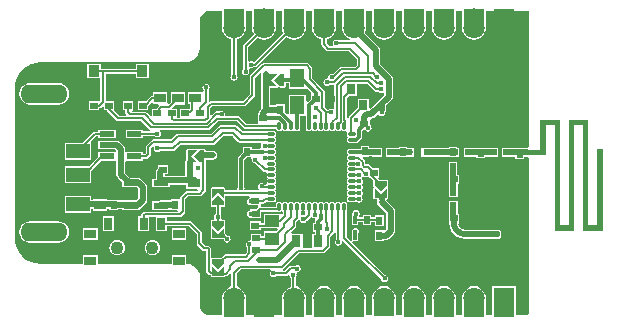
<source format=gtl>
G04*
G04 #@! TF.GenerationSoftware,Altium Limited,Altium Designer,18.0.12 (696)*
G04*
G04 Layer_Physical_Order=1*
G04 Layer_Color=255*
%FSLAX25Y25*%
%MOIN*%
G70*
G01*
G75*
%ADD10C,0.00591*%
%ADD14C,0.01181*%
%ADD20C,0.00787*%
%ADD26R,0.02000X0.02500*%
%ADD27R,0.05000X0.06000*%
%ADD28R,0.02500X0.02000*%
%ADD29R,0.03150X0.03937*%
%ADD30R,0.01181X0.02559*%
%ADD31R,0.05000X0.02000*%
%ADD32R,0.03937X0.03150*%
%ADD33R,0.04331X0.04724*%
%ADD34R,0.02756X0.01968*%
%ADD35R,0.01890X0.01968*%
%ADD36R,0.04724X0.04331*%
%ADD37R,0.01968X0.02756*%
%ADD38R,0.01968X0.01890*%
%ADD39R,0.02756X0.04331*%
%ADD40R,0.03937X0.03150*%
%ADD41R,0.01102X0.02165*%
%ADD42R,0.01575X0.02362*%
%ADD43R,0.04921X0.03937*%
%ADD44R,0.02953X0.03347*%
G04:AMPARAMS|DCode=45|XSize=23.62mil|YSize=11.81mil|CornerRadius=0mil|HoleSize=0mil|Usage=FLASHONLY|Rotation=90.000|XOffset=0mil|YOffset=0mil|HoleType=Round|Shape=Octagon|*
%AMOCTAGOND45*
4,1,8,0.00295,0.01181,-0.00295,0.01181,-0.00591,0.00886,-0.00591,-0.00886,-0.00295,-0.01181,0.00295,-0.01181,0.00591,-0.00886,0.00591,0.00886,0.00295,0.01181,0.0*
%
%ADD45OCTAGOND45*%

G04:AMPARAMS|DCode=46|XSize=23.62mil|YSize=11.81mil|CornerRadius=0mil|HoleSize=0mil|Usage=FLASHONLY|Rotation=180.000|XOffset=0mil|YOffset=0mil|HoleType=Round|Shape=Octagon|*
%AMOCTAGOND46*
4,1,8,-0.01181,0.00295,-0.01181,-0.00295,-0.00886,-0.00591,0.00886,-0.00591,0.01181,-0.00295,0.01181,0.00295,0.00886,0.00591,-0.00886,0.00591,-0.01181,0.00295,0.0*
%
%ADD46OCTAGOND46*%

%ADD47R,0.03543X0.03937*%
%ADD48R,0.07874X0.04724*%
G04:AMPARAMS|DCode=49|XSize=23.62mil|YSize=19.68mil|CornerRadius=4.92mil|HoleSize=0mil|Usage=FLASHONLY|Rotation=270.000|XOffset=0mil|YOffset=0mil|HoleType=Round|Shape=RoundedRectangle|*
%AMROUNDEDRECTD49*
21,1,0.02362,0.00984,0,0,270.0*
21,1,0.01378,0.01968,0,0,270.0*
1,1,0.00984,-0.00492,-0.00689*
1,1,0.00984,-0.00492,0.00689*
1,1,0.00984,0.00492,0.00689*
1,1,0.00984,0.00492,-0.00689*
%
%ADD49ROUNDEDRECTD49*%
G04:AMPARAMS|DCode=50|XSize=19.68mil|YSize=78.74mil|CornerRadius=4.92mil|HoleSize=0mil|Usage=FLASHONLY|Rotation=270.000|XOffset=0mil|YOffset=0mil|HoleType=Round|Shape=RoundedRectangle|*
%AMROUNDEDRECTD50*
21,1,0.01968,0.06890,0,0,270.0*
21,1,0.00984,0.07874,0,0,270.0*
1,1,0.00984,-0.03445,-0.00492*
1,1,0.00984,-0.03445,0.00492*
1,1,0.00984,0.03445,0.00492*
1,1,0.00984,0.03445,-0.00492*
%
%ADD50ROUNDEDRECTD50*%
%ADD51R,0.08661X0.01968*%
%ADD87C,0.01968*%
%ADD88C,0.01000*%
%ADD89R,0.22047X0.22047*%
%ADD90C,0.01575*%
%ADD91C,0.01575*%
%ADD92C,0.04331*%
%ADD93O,0.15748X0.06299*%
%ADD94C,0.04724*%
%ADD95R,0.07087X0.07087*%
%ADD96C,0.07087*%
G36*
X171369Y102189D02*
Y102189D01*
X171545Y102194D01*
X172000Y101997D01*
Y56775D01*
X171500Y56368D01*
X171335Y56401D01*
X164838D01*
X164775Y56388D01*
X163135D01*
Y53483D01*
X164775D01*
X164838Y53470D01*
X167444D01*
Y52835D01*
X170350D01*
Y53470D01*
X171335D01*
X171500Y53503D01*
X172000Y53096D01*
Y1077D01*
X171500Y638D01*
X171377Y642D01*
Y642D01*
X171371Y639D01*
X167637D01*
Y2483D01*
Y10357D01*
X159763D01*
Y2483D01*
Y639D01*
X157637D01*
Y6162D01*
X157671Y6420D01*
X157637Y6678D01*
Y7462D01*
X157530D01*
X157139Y8405D01*
X156508Y9228D01*
X155685Y9859D01*
X154728Y10255D01*
X153700Y10391D01*
X152672Y10255D01*
X151715Y9859D01*
X150892Y9228D01*
X150261Y8405D01*
X149870Y7462D01*
X149763D01*
Y6678D01*
X149729Y6420D01*
X149763Y6162D01*
Y639D01*
X147637D01*
Y6162D01*
X147671Y6420D01*
X147637Y6678D01*
Y7462D01*
X147530D01*
X147139Y8405D01*
X146508Y9228D01*
X145686Y9859D01*
X144728Y10255D01*
X143700Y10391D01*
X142672Y10255D01*
X141715Y9859D01*
X140892Y9228D01*
X140261Y8405D01*
X139870Y7462D01*
X139763D01*
Y6678D01*
X139729Y6420D01*
X139763Y6162D01*
Y639D01*
X137637D01*
Y6162D01*
X137671Y6420D01*
X137637Y6678D01*
Y7462D01*
X137530D01*
X137139Y8405D01*
X136508Y9228D01*
X135686Y9859D01*
X134728Y10255D01*
X133700Y10391D01*
X132672Y10255D01*
X131714Y9859D01*
X130892Y9228D01*
X130261Y8405D01*
X129870Y7462D01*
X129763D01*
Y6678D01*
X129729Y6420D01*
X129763Y6162D01*
Y639D01*
X127637D01*
Y6162D01*
X127671Y6420D01*
X127637Y6678D01*
Y7520D01*
X127506D01*
X127139Y8405D01*
X126508Y9228D01*
X125686Y9859D01*
X124728Y10255D01*
X123700Y10391D01*
X122672Y10255D01*
X121714Y9859D01*
X120892Y9228D01*
X120261Y8405D01*
X119894Y7520D01*
X119763D01*
Y6678D01*
X119729Y6420D01*
X119763Y6162D01*
Y639D01*
X117637D01*
Y6162D01*
X117671Y6420D01*
X117637Y6678D01*
Y7462D01*
X117530D01*
X117139Y8405D01*
X116508Y9228D01*
X115685Y9859D01*
X114728Y10255D01*
X113700Y10391D01*
X112672Y10255D01*
X111714Y9859D01*
X110892Y9228D01*
X110261Y8405D01*
X109870Y7462D01*
X109763D01*
Y6678D01*
X109729Y6420D01*
X109763Y6162D01*
Y639D01*
X107637D01*
Y6162D01*
X107671Y6420D01*
X107637Y6678D01*
Y7462D01*
X107530D01*
X107139Y8405D01*
X106508Y9228D01*
X105685Y9859D01*
X104728Y10255D01*
X103700Y10391D01*
X102672Y10255D01*
X101715Y9859D01*
X100892Y9228D01*
X100261Y8405D01*
X99870Y7462D01*
X99763D01*
Y6678D01*
X99729Y6420D01*
X99763Y6162D01*
Y639D01*
X97637D01*
Y6162D01*
X97671Y6420D01*
X97637Y6678D01*
Y7462D01*
X97530D01*
X97139Y8405D01*
X96508Y9228D01*
X95685Y9859D01*
X94728Y10255D01*
X94263Y10317D01*
Y13166D01*
X94513Y13539D01*
X94604Y14000D01*
X94513Y14461D01*
X94510Y14465D01*
X94596Y14679D01*
X94785Y14954D01*
X95030Y15003D01*
X95156Y15086D01*
X95161Y15087D01*
X95552Y15349D01*
X95813Y15739D01*
X95904Y16200D01*
X95813Y16661D01*
X95552Y17052D01*
X95161Y17313D01*
X94700Y17404D01*
X94239Y17313D01*
X94015Y17163D01*
X92700D01*
X92370Y17097D01*
X92090Y16910D01*
X90642Y15463D01*
X89980D01*
X89931Y15963D01*
X90130Y16003D01*
X90410Y16190D01*
X95458Y21237D01*
X103300D01*
X103630Y21303D01*
X103910Y21490D01*
X105531Y23110D01*
X105718Y23390D01*
X105783Y23720D01*
Y26850D01*
X107104Y28170D01*
X107124Y28170D01*
X107604Y28016D01*
Y25881D01*
X107351Y25503D01*
X107260Y25042D01*
X107351Y24581D01*
X107612Y24190D01*
X108003Y23929D01*
X108464Y23837D01*
X108925Y23929D01*
X109315Y24190D01*
X109576Y24581D01*
X109668Y25042D01*
X109625Y25260D01*
X110085Y25507D01*
X114442Y21150D01*
X114468Y21112D01*
X122700Y12880D01*
X122787Y12439D01*
X123048Y12049D01*
X123439Y11787D01*
X123900Y11696D01*
X124361Y11787D01*
X124751Y12049D01*
X125013Y12439D01*
X125104Y12900D01*
X125013Y13361D01*
X124751Y13751D01*
X124361Y14013D01*
X123920Y14100D01*
X115714Y22307D01*
X115688Y22345D01*
X113117Y24916D01*
X113324Y25416D01*
X113430Y25416D01*
X113430Y25416D01*
X113437Y25416D01*
X115137D01*
Y27981D01*
X115206Y28085D01*
X115298Y28546D01*
X115206Y29006D01*
X114945Y29397D01*
X114555Y29658D01*
X114094Y29750D01*
X113633Y29658D01*
X113242Y29397D01*
X112981Y29006D01*
X112890Y28546D01*
X112981Y28085D01*
X113050Y27981D01*
X113050Y25802D01*
Y25795D01*
Y25795D01*
X113050Y25690D01*
X112871Y25616D01*
X112550Y25483D01*
X111299Y26735D01*
Y35567D01*
X111479Y35747D01*
Y37971D01*
X110957Y38493D01*
X109914D01*
X109451Y38030D01*
X108989Y38493D01*
X107945D01*
X107483Y38030D01*
X107020Y38493D01*
X105977D01*
X105514Y38030D01*
X105052Y38493D01*
X104008D01*
X103546Y38030D01*
X103083Y38493D01*
X102040D01*
X101577Y38030D01*
X101114Y38493D01*
X100071D01*
X99609Y38030D01*
X99146Y38493D01*
X98103D01*
X97640Y38030D01*
X97177Y38493D01*
X96134D01*
X95672Y38030D01*
X95209Y38493D01*
X94166D01*
X93703Y38030D01*
X93240Y38493D01*
X92197D01*
X91735Y38030D01*
X91272Y38493D01*
X90229D01*
X89752Y38016D01*
X89275Y38493D01*
X88232D01*
X87711Y37971D01*
Y37036D01*
X87524Y36850D01*
X82804D01*
X82564Y37250D01*
X82564Y37340D01*
X82587Y37840D01*
X83385D01*
X83715Y37906D01*
X83995Y38093D01*
X84408Y38506D01*
X84930D01*
X85073Y38362D01*
X87297D01*
X87819Y38884D01*
Y39927D01*
X87356Y40390D01*
X87819Y40852D01*
Y41896D01*
X87356Y42358D01*
X87819Y42821D01*
Y43864D01*
X87356Y44327D01*
X87819Y44789D01*
Y45833D01*
X87356Y46295D01*
X87819Y46758D01*
Y47801D01*
X87356Y48264D01*
X87819Y48726D01*
Y49770D01*
X87356Y50232D01*
X87819Y50695D01*
Y51738D01*
X87356Y52201D01*
X87819Y52663D01*
Y53707D01*
X87356Y54169D01*
X87819Y54632D01*
Y55675D01*
X87356Y56138D01*
X87819Y56600D01*
Y57644D01*
X87356Y58106D01*
X87819Y58569D01*
Y59612D01*
X87356Y60075D01*
X87819Y60537D01*
Y61581D01*
X87297Y62102D01*
X85073D01*
X84893Y61922D01*
X76698D01*
X74810Y63810D01*
X74530Y63997D01*
X74200Y64063D01*
X69200D01*
X68870Y63997D01*
X68590Y63810D01*
X65943Y61163D01*
X55013D01*
X54683Y61097D01*
X54403Y60910D01*
X52783Y59291D01*
X46850D01*
X46519Y59225D01*
X46239Y59038D01*
X44586Y57384D01*
X44399Y57104D01*
X44333Y56774D01*
Y54809D01*
X44012Y54488D01*
X43464D01*
Y55077D01*
X37558Y55077D01*
X37409Y55515D01*
Y56026D01*
X37298Y56587D01*
X36980Y57062D01*
X35642Y58401D01*
X35166Y58718D01*
X34606Y58830D01*
X31456D01*
X31394Y58817D01*
X28503D01*
Y55912D01*
X31394D01*
X31456Y55900D01*
X33990D01*
X34299Y55524D01*
X34114Y55077D01*
X33979D01*
X28503D01*
Y53443D01*
X25358Y50298D01*
X17263D01*
Y44668D01*
X26043D01*
Y48825D01*
X29389Y52172D01*
X34409Y52172D01*
X34479Y51701D01*
Y47522D01*
X34591Y46961D01*
X34908Y46486D01*
X36378Y45016D01*
Y43274D01*
X41231D01*
X41835Y42669D01*
Y39727D01*
X41056Y38948D01*
X35053D01*
Y39164D01*
X32147D01*
Y39105D01*
X31521D01*
Y39497D01*
X26679D01*
Y39105D01*
X26043D01*
Y40455D01*
X17263D01*
Y34825D01*
X26043D01*
Y36175D01*
X26679D01*
Y35442D01*
X31521D01*
Y36175D01*
X32147D01*
Y35759D01*
X35053D01*
Y36018D01*
X36378D01*
Y35774D01*
X42284D01*
Y36169D01*
X42699Y36447D01*
X44336Y38084D01*
X44654Y38559D01*
X44765Y39120D01*
Y43276D01*
X44654Y43837D01*
X44336Y44313D01*
X42689Y45960D01*
X42213Y46277D01*
X41653Y46389D01*
X39149D01*
X37409Y48129D01*
Y51733D01*
X37558Y52172D01*
X37909Y52172D01*
X43464D01*
Y52761D01*
X44369D01*
X44699Y52827D01*
X44980Y53014D01*
X45806Y53841D01*
X45993Y54121D01*
X46059Y54451D01*
Y56417D01*
X46673Y57030D01*
X47087Y56751D01*
X46996Y56290D01*
X47087Y55829D01*
X47348Y55438D01*
X47739Y55177D01*
X48200Y55086D01*
X48661Y55177D01*
X49034Y55427D01*
X53531D01*
X53861Y55493D01*
X54141Y55680D01*
X55918Y57457D01*
X66847D01*
X67178Y57522D01*
X67458Y57709D01*
X70285Y60537D01*
X73043D01*
X75099Y58480D01*
X75379Y58293D01*
X75709Y58228D01*
X82649D01*
X82916Y57728D01*
X82824Y57589D01*
X82732Y57128D01*
X82812Y56724D01*
X82784Y56610D01*
X82519Y56224D01*
X79653D01*
Y56761D01*
X76747D01*
Y55110D01*
X75248Y53610D01*
X75017Y53265D01*
X74936Y52858D01*
Y43534D01*
X74887Y43461D01*
X74796Y43000D01*
X74848Y42737D01*
X74534Y42237D01*
X70859D01*
Y42800D01*
X70715Y43146D01*
X70368Y43290D01*
X66431D01*
X66085Y43146D01*
X65941Y42800D01*
Y39709D01*
X66001Y39566D01*
X66085Y39363D01*
X65997Y38858D01*
X65941Y38725D01*
Y37300D01*
X66085Y36953D01*
X66431Y36810D01*
X67537D01*
Y34311D01*
X67449Y34251D01*
X67187Y33861D01*
X67096Y33400D01*
X67168Y33039D01*
X66982Y32693D01*
X66853Y32539D01*
X66376D01*
X66030Y32395D01*
X65886Y32049D01*
Y30624D01*
X66030Y30277D01*
X66078Y30229D01*
X66030Y29986D01*
X65886Y29639D01*
Y26549D01*
X66030Y26202D01*
X66376Y26059D01*
X70204D01*
X70287Y25639D01*
X70548Y25249D01*
X70939Y24987D01*
X71400Y24896D01*
X71861Y24987D01*
X72251Y25249D01*
X72513Y25639D01*
X72604Y26100D01*
X72513Y26561D01*
X72251Y26952D01*
X71861Y27213D01*
X71420Y27300D01*
X70803Y27917D01*
Y29639D01*
X70744Y29783D01*
X70660Y29986D01*
X70748Y30490D01*
X70803Y30624D01*
Y32049D01*
X70660Y32395D01*
X70313Y32539D01*
X69747D01*
X69618Y32693D01*
X69432Y33039D01*
X69504Y33400D01*
X69413Y33861D01*
X69263Y34085D01*
Y36810D01*
X70368D01*
X70715Y36953D01*
X70859Y37300D01*
Y38725D01*
X70715Y39072D01*
X70667Y39120D01*
X70715Y39363D01*
X70859Y39709D01*
Y40511D01*
X78679D01*
X79041Y40107D01*
X78984Y39728D01*
X78830Y39698D01*
X78439Y39437D01*
X78178Y39046D01*
X78086Y38585D01*
X78178Y38124D01*
X78439Y37734D01*
X78830Y37473D01*
X79159Y37407D01*
Y37250D01*
X81748D01*
X81813Y37163D01*
X81865Y36597D01*
X81251Y35983D01*
X79198D01*
Y35598D01*
X78830Y35524D01*
X78439Y35263D01*
X78178Y34873D01*
X78086Y34412D01*
X78178Y33951D01*
X78439Y33560D01*
X78830Y33299D01*
X79198Y33226D01*
Y33077D01*
X82603D01*
Y34894D01*
X82833Y35124D01*
X87881D01*
X88212Y35189D01*
X88266Y35225D01*
X89275D01*
X89387Y35337D01*
X89887Y35130D01*
Y34522D01*
X89409Y34471D01*
Y34471D01*
X83582D01*
Y31377D01*
X82564D01*
Y31967D01*
X79159D01*
Y29061D01*
X82564D01*
Y29651D01*
X83582D01*
Y29628D01*
X88106D01*
X88297Y29166D01*
X87696Y28565D01*
X83582D01*
Y27007D01*
X82643D01*
Y27794D01*
X79237D01*
Y25811D01*
X78851Y25494D01*
X78800Y25504D01*
X78339Y25413D01*
X77948Y25152D01*
X77687Y24761D01*
X77596Y24300D01*
X77687Y23839D01*
X77937Y23466D01*
Y21677D01*
X77242Y20983D01*
X71020D01*
X70689Y20917D01*
X70410Y20730D01*
X69469Y19790D01*
X66431D01*
X66163Y19969D01*
Y22600D01*
X66097Y22930D01*
X65910Y23210D01*
X65606Y23514D01*
X65326Y23701D01*
X64996Y23767D01*
X64139D01*
X62949Y24958D01*
Y28191D01*
X62883Y28522D01*
X62696Y28802D01*
X59665Y31833D01*
X59385Y32020D01*
X59054Y32086D01*
X51318D01*
Y33457D01*
X55600D01*
X55930Y33522D01*
X56210Y33709D01*
X57210Y34710D01*
X57397Y34990D01*
X57463Y35320D01*
Y39243D01*
X58502Y40281D01*
X62244D01*
X62574Y40347D01*
X62854Y40534D01*
X64074Y41754D01*
X64261Y42033D01*
X64327Y42364D01*
Y52477D01*
X66700D01*
X67261Y52588D01*
X67736Y52906D01*
X68054Y53381D01*
X68165Y53942D01*
X68054Y54502D01*
X67736Y54978D01*
X67261Y55295D01*
X66700Y55407D01*
X64290D01*
Y55668D01*
X64147Y56015D01*
X63800Y56159D01*
X62375D01*
X62028Y56015D01*
X61980Y55967D01*
X61737Y56015D01*
X61391Y56159D01*
X58300D01*
X57954Y56015D01*
X57810Y55668D01*
Y52618D01*
X57622Y52336D01*
X57510Y51776D01*
Y47098D01*
X50598D01*
Y47699D01*
X50623Y47723D01*
X51706D01*
Y50628D01*
X50066D01*
X50003Y50641D01*
X49941Y50628D01*
X48300D01*
Y49545D01*
X48097Y49341D01*
X47779Y48866D01*
X47668Y48305D01*
Y46179D01*
X46378D01*
Y43274D01*
X52284D01*
Y44167D01*
X57814D01*
Y42588D01*
X61300D01*
X61567Y42088D01*
X61513Y42007D01*
X58144D01*
X57814Y41941D01*
X57534Y41754D01*
X55990Y40210D01*
X55803Y39930D01*
X55746Y39643D01*
X55620Y39481D01*
X55408Y39264D01*
X55237Y39264D01*
X52547D01*
Y38948D01*
X49133D01*
X48572Y38836D01*
X48337Y38679D01*
X46378D01*
Y35774D01*
X52083D01*
X52284Y35774D01*
X52284Y35774D01*
X52547Y35859D01*
X52547Y35859D01*
X54819D01*
X55076Y35359D01*
X54950Y35183D01*
X43924D01*
X43594Y35117D01*
X43314Y34930D01*
X42972Y34588D01*
X42785Y34308D01*
X42719Y33978D01*
Y33841D01*
X41751D01*
Y28605D01*
X45413D01*
Y33457D01*
X47657D01*
Y28605D01*
X51318D01*
Y30360D01*
X58697D01*
X61223Y27834D01*
Y24600D01*
X61288Y24270D01*
X61476Y23990D01*
X63172Y22294D01*
X63452Y22107D01*
X63782Y22041D01*
X64437D01*
Y15400D01*
X64503Y15070D01*
X64690Y14790D01*
X65290Y14190D01*
X65570Y14003D01*
X65900Y13937D01*
X65941D01*
Y13800D01*
X66085Y13453D01*
X66431Y13310D01*
X70368D01*
X70715Y13453D01*
X70791Y13637D01*
X70900D01*
X71230Y13703D01*
X71510Y13890D01*
X72356Y14736D01*
X72361Y14735D01*
X72837Y14509D01*
Y10277D01*
X72672Y10255D01*
X71715Y9859D01*
X70892Y9228D01*
X70261Y8405D01*
X69870Y7462D01*
X69763D01*
Y6678D01*
X69729Y6420D01*
X69763Y6162D01*
Y639D01*
X65708D01*
X65585Y588D01*
X64827Y688D01*
X64006Y1028D01*
X63301Y1569D01*
X62760Y2274D01*
X62419Y3095D01*
X62315Y3887D01*
X62352Y3977D01*
Y13106D01*
X62371Y13152D01*
X62362D01*
X62204Y14355D01*
X61739Y15475D01*
X61001Y16437D01*
X60039Y17176D01*
X58918Y17640D01*
X57886Y17776D01*
X57814Y17806D01*
Y20652D01*
X52972D01*
Y17846D01*
X28287D01*
Y20652D01*
X23444D01*
Y17846D01*
X9232D01*
X9084Y17785D01*
X7579Y17933D01*
X5951Y18427D01*
X4451Y19229D01*
X3137Y20308D01*
X2058Y21622D01*
X1256Y23122D01*
X762Y24750D01*
X604Y26357D01*
X638Y26440D01*
Y76289D01*
X606Y76368D01*
X765Y77982D01*
X1258Y79609D01*
X2060Y81109D01*
X3139Y82424D01*
X4454Y83503D01*
X5954Y84305D01*
X7581Y84798D01*
X8777Y84916D01*
X9274Y84925D01*
Y84925D01*
X9363Y84962D01*
X15235D01*
X15312Y84993D01*
X57597D01*
X57597Y84993D01*
Y84993D01*
X57628Y85006D01*
X58800Y85160D01*
X59921Y85624D01*
X60883Y86363D01*
X61621Y87325D01*
X62085Y88446D01*
X62239Y89615D01*
X62253Y89648D01*
X62252Y89650D01*
Y99033D01*
X62341Y99703D01*
X62681Y100524D01*
X63222Y101229D01*
X63927Y101770D01*
X64748Y102110D01*
X65144Y102162D01*
X65629Y102198D01*
Y102198D01*
X65637Y102202D01*
X69763D01*
Y96678D01*
X69729Y96420D01*
X69763Y96162D01*
Y95417D01*
X69861D01*
X69864Y95392D01*
X70261Y94434D01*
X70892Y93612D01*
X71715Y92981D01*
X72672Y92584D01*
X72861Y92559D01*
Y80856D01*
X72611Y80483D01*
X72519Y80022D01*
X72611Y79561D01*
X72872Y79171D01*
X73263Y78909D01*
X73724Y78818D01*
X74185Y78909D01*
X74575Y79171D01*
X74836Y79561D01*
X74928Y80022D01*
X74836Y80483D01*
X74587Y80856D01*
Y92566D01*
X74728Y92584D01*
X75686Y92981D01*
X76508Y93612D01*
X77139Y94434D01*
X77536Y95392D01*
X77539Y95417D01*
X77637D01*
Y96162D01*
X77671Y96420D01*
X77637Y96678D01*
Y102202D01*
X79763D01*
Y96678D01*
X79729Y96420D01*
X79763Y96162D01*
Y95417D01*
X79861D01*
X79864Y95392D01*
X80261Y94434D01*
X80362Y94302D01*
X76948Y90888D01*
X76761Y90608D01*
X76695Y90278D01*
Y82592D01*
X76487Y82281D01*
X76396Y81820D01*
X76487Y81359D01*
X76749Y80968D01*
X77139Y80707D01*
X77600Y80616D01*
X78061Y80707D01*
X78452Y80968D01*
X78713Y81359D01*
X78804Y81820D01*
X78713Y82281D01*
X78683Y82325D01*
X78741Y82576D01*
X78939Y83007D01*
X79400Y82916D01*
X79861Y83007D01*
X80234Y83257D01*
X80600D01*
X80930Y83322D01*
X81210Y83509D01*
X91130Y93429D01*
X91715Y92981D01*
X92672Y92584D01*
X93700Y92449D01*
X94728Y92584D01*
X95685Y92981D01*
X96508Y93612D01*
X97139Y94434D01*
X97536Y95392D01*
X97539Y95417D01*
X97637D01*
Y96162D01*
X97671Y96420D01*
X97637Y96678D01*
Y102202D01*
X99763D01*
Y96678D01*
X99729Y96420D01*
X99763Y96162D01*
Y95417D01*
X99861D01*
X99864Y95392D01*
X100261Y94434D01*
X100892Y93612D01*
X101715Y92981D01*
X102672Y92584D01*
X102837Y92562D01*
Y90900D01*
X102903Y90570D01*
X103090Y90290D01*
X104490Y88890D01*
X104770Y88703D01*
X105100Y88637D01*
X111943D01*
X114537Y86042D01*
Y83957D01*
X114042Y83462D01*
X109299D01*
X108969Y83397D01*
X108689Y83210D01*
X106537Y81057D01*
X106300Y81104D01*
X105839Y81013D01*
X105448Y80752D01*
X105187Y80361D01*
X105096Y79900D01*
X104700Y79504D01*
X104239Y79413D01*
X103849Y79151D01*
X103587Y78761D01*
X103496Y78300D01*
X103587Y77839D01*
X103849Y77448D01*
X104239Y77187D01*
X104700Y77096D01*
X105161Y77187D01*
X105552Y77448D01*
X105561Y77462D01*
X106686D01*
X107037Y77423D01*
X107168Y76981D01*
Y69510D01*
X106668Y69274D01*
X106461Y69413D01*
X106000Y69504D01*
X105539Y69413D01*
X105166Y69163D01*
X104858D01*
X103988Y70032D01*
Y75167D01*
X103922Y75498D01*
X103735Y75778D01*
X99863Y79650D01*
Y82820D01*
X99797Y83150D01*
X99610Y83430D01*
X98510Y84530D01*
X98230Y84717D01*
X97900Y84783D01*
X83620D01*
X83289Y84717D01*
X83009Y84530D01*
X79190Y80710D01*
X79003Y80430D01*
X78937Y80100D01*
Y74357D01*
X76543Y71963D01*
X66100D01*
X65770Y71897D01*
X65763Y71893D01*
X65263Y72160D01*
Y75766D01*
X65513Y76139D01*
X65604Y76600D01*
X65513Y77061D01*
X65251Y77451D01*
X64861Y77713D01*
X64400Y77804D01*
X63939Y77713D01*
X63548Y77451D01*
X63287Y77061D01*
X63196Y76600D01*
X63287Y76139D01*
X63537Y75766D01*
Y75295D01*
X63154Y75011D01*
X58312D01*
Y70956D01*
X58937D01*
Y69458D01*
X58842Y69363D01*
X57500D01*
X57448Y69353D01*
X55697D01*
Y66525D01*
X54803D01*
Y69353D01*
X53306D01*
X53115Y69815D01*
X54178Y70878D01*
X57406D01*
Y74933D01*
X52564D01*
Y71704D01*
X52001Y71141D01*
X51501Y71349D01*
Y74972D01*
X46658D01*
Y73808D01*
X46485D01*
X46154Y73742D01*
X45874Y73555D01*
X44247Y71928D01*
X41623D01*
Y69022D01*
X45029D01*
Y70268D01*
X46196Y71436D01*
X46658Y71244D01*
Y70917D01*
X48506D01*
X48600Y70782D01*
X48696Y70417D01*
X47632Y69353D01*
X46397D01*
Y67120D01*
X45935Y66928D01*
X44653Y68210D01*
X44374Y68397D01*
X44043Y68463D01*
X39775D01*
X39729Y68522D01*
X39972Y69022D01*
X40029D01*
Y71928D01*
X36623D01*
Y69022D01*
X37463D01*
Y68250D01*
X37529Y67920D01*
X37700Y67663D01*
X37655Y67443D01*
X37540Y67163D01*
X35476D01*
X34043Y68596D01*
X33848Y69022D01*
X33848D01*
X33848Y69022D01*
Y71928D01*
X30902D01*
Y81147D01*
X40964D01*
Y79589D01*
X45413D01*
Y84431D01*
X40964D01*
Y82873D01*
X29271D01*
Y84431D01*
X24822D01*
Y79589D01*
X29175D01*
Y72292D01*
X28848Y71928D01*
X25442D01*
Y69022D01*
X28848D01*
Y69612D01*
X28857D01*
X29188Y69678D01*
X29468Y69865D01*
X29980Y70377D01*
X30442Y70186D01*
Y69022D01*
X31332D01*
X31348Y68944D01*
X31535Y68664D01*
X34509Y65690D01*
X34789Y65503D01*
X35119Y65437D01*
X42548D01*
X45295Y62690D01*
X45575Y62503D01*
X45750Y62468D01*
X45701Y61968D01*
X43464D01*
Y62558D01*
X37558D01*
Y59652D01*
X43464D01*
Y60242D01*
X47275D01*
X47649Y59992D01*
X48109Y59900D01*
X48570Y59992D01*
X48961Y60253D01*
X49222Y60644D01*
X49314Y61105D01*
X49222Y61566D01*
X48974Y61937D01*
X48996Y62051D01*
X49142Y62437D01*
X65100D01*
X65430Y62503D01*
X65710Y62690D01*
X68257Y65237D01*
X74642D01*
X76872Y63008D01*
X77152Y62821D01*
X77482Y62755D01*
X87739D01*
Y62506D01*
X88260Y61984D01*
X89303D01*
X89766Y62447D01*
X90229Y61984D01*
X91272D01*
X91735Y62447D01*
X92197Y61984D01*
X93240D01*
X93703Y62447D01*
X94166Y61984D01*
X95209D01*
X95731Y62506D01*
Y63515D01*
X95751Y63618D01*
Y67156D01*
X97561D01*
Y63618D01*
X97581Y63515D01*
Y62506D01*
X98103Y61984D01*
X99146D01*
X99609Y62447D01*
X100071Y61984D01*
X101114D01*
X101577Y62447D01*
X102040Y61984D01*
X103083D01*
X103546Y62447D01*
X104008Y61984D01*
X105052D01*
X105514Y62447D01*
X105977Y61984D01*
X107020D01*
X107483Y62447D01*
X107945Y61984D01*
X108989D01*
X109451Y62447D01*
X109914Y61984D01*
X110957D01*
X111486Y61806D01*
X111495Y61762D01*
X111313Y61581D01*
Y60537D01*
X111776Y60075D01*
X111313Y59612D01*
Y58569D01*
X111835Y58047D01*
X112845D01*
X112947Y58027D01*
X114391D01*
X114798Y58108D01*
X115143Y58338D01*
X116052Y59248D01*
X116283Y59593D01*
X116364Y60000D01*
Y62059D01*
X116838Y62533D01*
X117433Y62421D01*
X117549Y62248D01*
X117939Y61987D01*
X118400Y61896D01*
X118861Y61987D01*
X119252Y62248D01*
X119513Y62639D01*
X119604Y63100D01*
X119513Y63561D01*
X119252Y63951D01*
X118903Y64185D01*
Y65853D01*
X119290Y66126D01*
X119391D01*
X119952Y66238D01*
X120427Y66555D01*
X121396Y67524D01*
X122040Y67461D01*
X122048Y67449D01*
X122439Y67187D01*
X122900Y67096D01*
X123361Y67187D01*
X123751Y67449D01*
X124013Y67839D01*
X124094Y68247D01*
X124503D01*
Y70631D01*
X126336Y72464D01*
X126654Y72939D01*
X126765Y73500D01*
Y79400D01*
X126654Y79961D01*
X126336Y80436D01*
X122465Y84307D01*
Y89120D01*
X122354Y89680D01*
X122036Y90156D01*
X117320Y94872D01*
X117522Y95359D01*
X117637D01*
Y96162D01*
X117671Y96420D01*
X117637Y96678D01*
Y102202D01*
X119763D01*
Y96678D01*
X119729Y96420D01*
X119763Y96162D01*
Y95417D01*
X119861D01*
X119864Y95392D01*
X120261Y94434D01*
X120892Y93612D01*
X121714Y92981D01*
X122672Y92584D01*
X123700Y92449D01*
X124728Y92584D01*
X125686Y92981D01*
X126508Y93612D01*
X127139Y94434D01*
X127536Y95392D01*
X127539Y95417D01*
X127637D01*
Y96162D01*
X127671Y96420D01*
X127637Y96678D01*
Y102202D01*
X129763D01*
Y96678D01*
X129729Y96420D01*
X129763Y96162D01*
Y95417D01*
X129861D01*
X129864Y95392D01*
X130261Y94434D01*
X130892Y93612D01*
X131714Y92981D01*
X132672Y92584D01*
X133700Y92449D01*
X134728Y92584D01*
X135686Y92981D01*
X136508Y93612D01*
X137139Y94434D01*
X137536Y95392D01*
X137539Y95417D01*
X137637D01*
Y96162D01*
X137671Y96420D01*
X137637Y96678D01*
Y102202D01*
X139763D01*
Y96678D01*
X139729Y96420D01*
X139763Y96162D01*
Y95417D01*
X139861D01*
X139864Y95392D01*
X140261Y94434D01*
X140892Y93612D01*
X141715Y92981D01*
X142672Y92584D01*
X143700Y92449D01*
X144728Y92584D01*
X145686Y92981D01*
X146508Y93612D01*
X147139Y94434D01*
X147536Y95392D01*
X147539Y95417D01*
X147637D01*
Y96162D01*
X147671Y96420D01*
X147637Y96678D01*
Y102202D01*
X149763D01*
Y96678D01*
X149729Y96420D01*
X149763Y96162D01*
Y95417D01*
X149861D01*
X149864Y95392D01*
X150261Y94434D01*
X150892Y93612D01*
X151715Y92981D01*
X152672Y92584D01*
X153700Y92449D01*
X154728Y92584D01*
X155685Y92981D01*
X156508Y93612D01*
X157139Y94434D01*
X157536Y95392D01*
X157539Y95417D01*
X157637D01*
Y96162D01*
X157671Y96420D01*
X157637Y96678D01*
Y102202D01*
X171339D01*
X171369Y102189D01*
D02*
G37*
G36*
X89763Y96678D02*
X89729Y96420D01*
X89763Y96162D01*
Y95417D01*
X89861D01*
X89864Y95392D01*
X90095Y94835D01*
X80243Y84983D01*
X80234D01*
X79861Y85232D01*
X79400Y85324D01*
X78939Y85232D01*
X78921Y85220D01*
X78421Y85488D01*
Y89921D01*
X81583Y93082D01*
X81714Y92981D01*
X82672Y92584D01*
X83700Y92449D01*
X84728Y92584D01*
X85685Y92981D01*
X86508Y93612D01*
X87139Y94434D01*
X87536Y95392D01*
X87539Y95417D01*
X87637D01*
Y96162D01*
X87671Y96420D01*
X87637Y96678D01*
Y102202D01*
X89763D01*
Y96678D01*
D02*
G37*
G36*
X109763D02*
X109729Y96420D01*
X109763Y96162D01*
Y95359D01*
X109878D01*
X110261Y94434D01*
X110892Y93612D01*
X111714Y92981D01*
X112240Y92763D01*
X112141Y92263D01*
X108634D01*
X108261Y92513D01*
X107800Y92604D01*
X107339Y92513D01*
X106948Y92251D01*
X106687Y91861D01*
X106596Y91400D01*
X106687Y90939D01*
X106738Y90863D01*
X106471Y90363D01*
X105457D01*
X104563Y91258D01*
Y92562D01*
X104728Y92584D01*
X105685Y92981D01*
X106508Y93612D01*
X107139Y94434D01*
X107536Y95392D01*
X107539Y95417D01*
X107637D01*
Y96162D01*
X107671Y96420D01*
X107637Y96678D01*
Y102202D01*
X109763D01*
Y96678D01*
D02*
G37*
G36*
X90500Y77051D02*
X89075D01*
X87106Y79020D01*
X89075Y80988D01*
X90500D01*
Y77051D01*
D02*
G37*
G36*
X86122Y79020D02*
X88090Y77051D01*
X85000D01*
Y80988D01*
X88090D01*
X86122Y79020D01*
D02*
G37*
G36*
X91889Y76156D02*
X97795D01*
X97795Y76156D01*
Y76156D01*
X98231Y75984D01*
X99426Y74790D01*
X99222Y74290D01*
X99222D01*
Y72639D01*
X98295Y71711D01*
X97798Y71917D01*
X97795Y71921D01*
Y74062D01*
X91889D01*
Y67829D01*
X91427Y67638D01*
X90553Y68512D01*
Y70922D01*
X87647D01*
Y70685D01*
X85765D01*
Y76561D01*
X88090D01*
X88234Y76621D01*
X88437Y76705D01*
X88942Y76616D01*
X89075Y76561D01*
X90500D01*
X90847Y76705D01*
X90990Y77051D01*
Y77956D01*
X91889D01*
Y76156D01*
D02*
G37*
G36*
X120577Y75290D02*
X120857Y75103D01*
X121188Y75037D01*
X121866D01*
X122239Y74787D01*
X122700Y74696D01*
X123161Y74787D01*
X123335Y74904D01*
X123835Y74641D01*
Y74107D01*
X119258Y69530D01*
X118796Y69721D01*
Y72768D01*
X114938D01*
Y69934D01*
X114387Y69383D01*
X114199Y69103D01*
X114190Y69057D01*
X114121Y68988D01*
X114076Y68979D01*
X113796Y68792D01*
X112090Y67086D01*
X111903Y66806D01*
X111837Y66476D01*
Y66441D01*
X111337Y66252D01*
X111256Y66344D01*
Y73135D01*
X111952Y73831D01*
X114662D01*
Y77812D01*
X118055D01*
X120577Y75290D01*
D02*
G37*
G36*
X82807Y81233D02*
X82835Y81207D01*
Y79120D01*
Y69527D01*
X82266Y68958D01*
X81949Y68483D01*
X81837Y67922D01*
Y67754D01*
X81599D01*
Y64849D01*
X81280Y64481D01*
X77839D01*
X75610Y66710D01*
X75330Y66897D01*
X75000Y66963D01*
X71084D01*
X70757Y67463D01*
X70804Y67700D01*
X70713Y68161D01*
X70451Y68551D01*
X70061Y68813D01*
X69600Y68904D01*
X69139Y68813D01*
X68766Y68563D01*
X67830D01*
X67499Y68497D01*
X67219Y68310D01*
X66225Y67316D01*
X65763Y67507D01*
Y69542D01*
X66457Y70237D01*
X76900D01*
X77230Y70303D01*
X77510Y70490D01*
X80410Y73390D01*
X80597Y73670D01*
X80663Y74000D01*
Y79742D01*
X82371Y81450D01*
X82807Y81233D01*
D02*
G37*
G36*
X63800Y51731D02*
X62375D01*
X60406Y53700D01*
X62375Y55668D01*
X63800D01*
Y51731D01*
D02*
G37*
G36*
X59422Y53700D02*
X61391Y51731D01*
X58300D01*
Y55668D01*
X61391D01*
X59422Y53700D01*
D02*
G37*
G36*
X79445Y53184D02*
X79617Y52855D01*
X79543Y52483D01*
X79635Y52022D01*
X79896Y51631D01*
X80286Y51370D01*
X80727Y51283D01*
X83372Y48638D01*
X83652Y48451D01*
X83982Y48385D01*
X84428D01*
X84635Y47885D01*
X84551Y47801D01*
Y46758D01*
X85014Y46295D01*
X84551Y45833D01*
Y44789D01*
X84635Y44706D01*
X84428Y44206D01*
X83958D01*
X83803Y44437D01*
X83413Y44698D01*
X82952Y44789D01*
X82491Y44698D01*
X82100Y44437D01*
X81839Y44046D01*
X81748Y43585D01*
X81839Y43124D01*
X82100Y42734D01*
X81943Y42237D01*
X77466D01*
X77152Y42737D01*
X77204Y43000D01*
X77113Y43461D01*
X77064Y43534D01*
Y52418D01*
X78002Y53355D01*
X79308D01*
X79445Y53184D01*
D02*
G37*
G36*
X70368Y39709D02*
X68400Y41678D01*
X66431Y39709D01*
Y42800D01*
X70368D01*
Y39709D01*
D02*
G37*
G36*
Y38725D02*
Y37300D01*
X66431D01*
Y38725D01*
X68400Y40694D01*
X70368Y38725D01*
D02*
G37*
G36*
X99738Y33245D02*
X100129Y32984D01*
X100565Y32898D01*
X100740Y32664D01*
X100825Y32430D01*
X100637Y32149D01*
X100556Y31741D01*
Y31376D01*
X99985D01*
Y28471D01*
X100556D01*
Y27778D01*
X99593D01*
Y22963D01*
X96548D01*
Y27778D01*
X92902D01*
X92694Y28278D01*
X94153Y29736D01*
X94340Y30016D01*
X94406Y30347D01*
Y31653D01*
X95178Y32425D01*
X95606Y32346D01*
X95718Y32274D01*
X95737Y32179D01*
X95998Y31789D01*
X96389Y31528D01*
X96850Y31436D01*
X97311Y31528D01*
X97701Y31789D01*
X97774Y31898D01*
X97972Y32030D01*
X99157Y33215D01*
X99615Y33257D01*
X99738Y33245D01*
D02*
G37*
G36*
X191830Y30565D02*
X194783D01*
Y38833D01*
Y56156D01*
X196554D01*
Y28695D01*
X189960D01*
Y63932D01*
X187106D01*
Y28794D01*
X180609D01*
Y63932D01*
X177755D01*
Y54188D01*
X171259D01*
Y55762D01*
X175787D01*
Y65605D01*
Y65703D01*
X182283D01*
Y30959D01*
Y30664D01*
X185235D01*
Y65605D01*
Y65703D01*
X191830D01*
Y30565D01*
D02*
G37*
G36*
X70313Y30624D02*
X68345Y28655D01*
X66376Y30624D01*
Y32049D01*
X70313D01*
Y30624D01*
D02*
G37*
G36*
Y26549D02*
X66376D01*
Y29639D01*
X68345Y27671D01*
X70313Y29639D01*
Y26549D01*
D02*
G37*
G36*
X70368Y17875D02*
X68400Y15906D01*
X66431Y17875D01*
Y19300D01*
X70368D01*
Y17875D01*
D02*
G37*
G36*
Y13800D02*
X66431D01*
Y16891D01*
X68400Y14922D01*
X70368Y16891D01*
Y13800D01*
D02*
G37*
G36*
X85922Y15527D02*
X85939Y15437D01*
X85687Y15061D01*
X85596Y14600D01*
X85687Y14139D01*
X85948Y13748D01*
X86339Y13487D01*
X86800Y13396D01*
X87261Y13487D01*
X87634Y13737D01*
X91000D01*
X91330Y13803D01*
X91610Y13990D01*
X91707Y14087D01*
X91902Y14052D01*
X92218Y13890D01*
X92287Y13539D01*
X92537Y13166D01*
Y10199D01*
X91715Y9859D01*
X90892Y9228D01*
X90261Y8405D01*
X89870Y7462D01*
X89763D01*
Y6678D01*
X89729Y6420D01*
X89763Y6162D01*
Y639D01*
X77637D01*
Y6162D01*
X77671Y6420D01*
X77637Y6678D01*
Y7462D01*
X77530D01*
X77139Y8405D01*
X76508Y9228D01*
X75686Y9859D01*
X74728Y10255D01*
X74563Y10277D01*
Y14330D01*
X76170Y15937D01*
X85775D01*
X85922Y15527D01*
D02*
G37*
%LPC*%
G36*
X15157Y78025D02*
X5708D01*
X4783Y77903D01*
X3921Y77546D01*
X3181Y76978D01*
X2613Y76238D01*
X2256Y75376D01*
X2134Y74451D01*
X2256Y73526D01*
X2613Y72664D01*
X3181Y71924D01*
X3921Y71356D01*
X4783Y70999D01*
X5708Y70877D01*
X15157D01*
X16082Y70999D01*
X16944Y71356D01*
X17684Y71924D01*
X18252Y72664D01*
X18609Y73526D01*
X18731Y74451D01*
X18609Y75376D01*
X18252Y76238D01*
X17684Y76978D01*
X16944Y77546D01*
X16082Y77903D01*
X15157Y78025D01*
D02*
G37*
G36*
X34409Y62558D02*
X28503D01*
Y61867D01*
X27401D01*
X27401Y61867D01*
X27109Y61809D01*
X26862Y61644D01*
X26862Y61644D01*
X23389Y58172D01*
X17263D01*
Y52542D01*
X26043D01*
Y58172D01*
X26043D01*
X25897Y58523D01*
X27717Y60342D01*
X28503D01*
Y59652D01*
X34409D01*
Y62558D01*
D02*
G37*
G36*
X148184Y56658D02*
X145279D01*
Y56465D01*
X138209D01*
Y56535D01*
X136201D01*
Y53465D01*
X138209D01*
Y53535D01*
X145279D01*
Y53252D01*
X148184D01*
Y53562D01*
X148690D01*
Y56467D01*
X148184D01*
Y56658D01*
D02*
G37*
G36*
X118853Y56945D02*
X115947D01*
Y56217D01*
X112947D01*
X112845Y56197D01*
X111835D01*
X111313Y55675D01*
Y54632D01*
X111776Y54169D01*
X111313Y53707D01*
Y52663D01*
X111776Y52201D01*
X111313Y51738D01*
Y50695D01*
X111776Y50232D01*
X111313Y49770D01*
Y48726D01*
X111776Y48264D01*
X111313Y47801D01*
Y46758D01*
X111776Y46295D01*
X111313Y45833D01*
Y44789D01*
X111776Y44327D01*
X111313Y43864D01*
Y42821D01*
X111776Y42358D01*
X111313Y41896D01*
Y40852D01*
X111776Y40390D01*
X111313Y39927D01*
Y38884D01*
X111835Y38362D01*
X114059D01*
X114502Y38521D01*
X114893Y38260D01*
X115354Y38168D01*
X115814Y38260D01*
X116205Y38521D01*
X116466Y38912D01*
X116558Y39373D01*
X116466Y39833D01*
X116384Y39955D01*
X116296Y40424D01*
X116415Y40685D01*
X116545Y40880D01*
X116636Y41341D01*
X116545Y41802D01*
X116439Y41960D01*
X116325Y42325D01*
X116439Y42690D01*
X116545Y42849D01*
X116636Y43310D01*
X116545Y43770D01*
X116463Y43892D01*
X116363Y44427D01*
X116624Y44817D01*
X116715Y45278D01*
X116624Y45739D01*
X116363Y46130D01*
X116337Y46748D01*
X116353Y46773D01*
X116534Y46878D01*
X116936Y46924D01*
X117176Y46764D01*
X117637Y46672D01*
X118098Y46764D01*
X118239Y46858D01*
X118739Y46747D01*
X119156Y46515D01*
X120209Y45462D01*
X120141Y45300D01*
Y43875D01*
X120285Y43528D01*
X120333Y43480D01*
X120285Y43237D01*
X120141Y42891D01*
Y39800D01*
X120285Y39454D01*
X120632Y39310D01*
X121389D01*
X121515Y38845D01*
X121408Y38309D01*
X121520Y37749D01*
X121837Y37273D01*
X124479Y34632D01*
Y29451D01*
X124043Y29015D01*
X123578Y28930D01*
Y28930D01*
X120672D01*
Y27289D01*
X120660Y27227D01*
X120672Y27165D01*
Y25524D01*
X123578D01*
Y25742D01*
X124307D01*
X124868Y25853D01*
X125343Y26171D01*
X126980Y27808D01*
X127298Y28283D01*
X127409Y28844D01*
Y35239D01*
X127298Y35799D01*
X126980Y36275D01*
X124445Y38810D01*
X124511Y39078D01*
X124627Y39334D01*
X124915Y39454D01*
X125059Y39800D01*
Y42891D01*
X124999Y43034D01*
X124915Y43237D01*
X125003Y43742D01*
X125059Y43875D01*
Y45300D01*
X124915Y45647D01*
X124568Y45790D01*
X122322D01*
X121827Y46285D01*
X122018Y46747D01*
X122145D01*
Y49653D01*
X120124D01*
X120058Y49751D01*
X119047Y50762D01*
X118767Y50949D01*
X118437Y51015D01*
X117506D01*
X117463Y51057D01*
Y51771D01*
X117397Y52101D01*
X117210Y52381D01*
X116514Y53077D01*
X116705Y53539D01*
X118853D01*
Y53577D01*
X119739D01*
Y53547D01*
X123145D01*
Y56453D01*
X121673D01*
X121400Y56507D01*
X118853D01*
Y56945D01*
D02*
G37*
G36*
X159931Y56485D02*
Y56479D01*
X151987D01*
X151925Y56467D01*
X150285D01*
Y53562D01*
X151925D01*
X151987Y53549D01*
X154491D01*
Y53016D01*
X157397D01*
Y53549D01*
X158419D01*
Y53483D01*
X159796D01*
X159931Y53427D01*
Y53427D01*
X160184Y53483D01*
X161824D01*
Y56388D01*
X160416D01*
X159931Y56485D01*
D02*
G37*
G36*
X131453Y56661D02*
Y56661D01*
X131343Y56661D01*
X128547D01*
Y56465D01*
X126258D01*
X126196Y56453D01*
X124455D01*
Y53547D01*
X126196D01*
X126258Y53535D01*
X128547D01*
Y53255D01*
X131453D01*
Y53255D01*
X131791Y53465D01*
X133799D01*
Y56535D01*
X131791D01*
X131791Y56536D01*
X131453Y56661D01*
D02*
G37*
G36*
X148184Y51658D02*
X145279D01*
Y50017D01*
X145266Y49955D01*
Y47453D01*
X145255D01*
Y45894D01*
X145174D01*
X145255Y45696D01*
Y44547D01*
X145306D01*
Y41861D01*
X145318Y41798D01*
Y40158D01*
X148224D01*
Y41798D01*
X148236Y41861D01*
Y44547D01*
X148661D01*
Y47453D01*
X148197D01*
Y49955D01*
X148184Y50017D01*
Y51658D01*
D02*
G37*
G36*
X114369Y35656D02*
X113908Y35564D01*
X113518Y35303D01*
X113257Y34912D01*
X113201Y34633D01*
X113050Y34195D01*
X113050D01*
Y30731D01*
X115137D01*
Y31600D01*
X116578D01*
Y30563D01*
X119483D01*
Y31600D01*
X120672D01*
Y30524D01*
X123578D01*
Y33930D01*
X120672D01*
Y33326D01*
X119483D01*
Y33969D01*
X116578D01*
Y33326D01*
X115639D01*
X115372Y33826D01*
X115482Y33990D01*
X115574Y34451D01*
X115482Y34912D01*
X115221Y35303D01*
X114830Y35564D01*
X114369Y35656D01*
D02*
G37*
G36*
X33602Y33841D02*
X29940D01*
Y28605D01*
X33602D01*
Y33841D01*
D02*
G37*
G36*
X148224Y38847D02*
X145318D01*
Y35441D01*
X145341D01*
Y33046D01*
X145355Y32974D01*
Y31447D01*
X145464D01*
X145630Y30186D01*
X146171Y28879D01*
X147033Y27756D01*
X148155Y26895D01*
X149462Y26353D01*
X150865Y26169D01*
Y26187D01*
X158441D01*
X158489Y26197D01*
X161886D01*
X162255Y26270D01*
X162567Y26479D01*
X162776Y26791D01*
X162849Y27160D01*
Y28144D01*
X162776Y28513D01*
X162567Y28825D01*
X162255Y29034D01*
X161886Y29107D01*
X158489D01*
X158441Y29117D01*
X150865D01*
X150800Y29104D01*
X149909Y29281D01*
X149099Y29823D01*
X148557Y30633D01*
X148467Y31089D01*
X148761Y31447D01*
X148761D01*
Y34353D01*
X148271D01*
Y37109D01*
X148224Y37349D01*
Y38847D01*
D02*
G37*
G36*
X57814Y29707D02*
X52972D01*
Y25652D01*
X57814D01*
Y29707D01*
D02*
G37*
G36*
X28287D02*
X23444D01*
Y25652D01*
X28287D01*
Y29707D01*
D02*
G37*
G36*
X15157Y31962D02*
X5708D01*
X4783Y31840D01*
X3921Y31483D01*
X3181Y30915D01*
X2613Y30175D01*
X2256Y29313D01*
X2134Y28388D01*
X2256Y27463D01*
X2613Y26601D01*
X3181Y25861D01*
X3921Y25293D01*
X4783Y24936D01*
X5708Y24814D01*
X15157D01*
X16082Y24936D01*
X16944Y25293D01*
X17684Y25861D01*
X18252Y26601D01*
X18609Y27463D01*
X18731Y28388D01*
X18609Y29313D01*
X18252Y30175D01*
X17684Y30915D01*
X16944Y31483D01*
X16082Y31840D01*
X15157Y31962D01*
D02*
G37*
G36*
X46535Y25733D02*
X45867Y25645D01*
X45244Y25387D01*
X44710Y24977D01*
X44299Y24443D01*
X44041Y23820D01*
X43953Y23152D01*
X44041Y22484D01*
X44299Y21861D01*
X44710Y21327D01*
X45244Y20917D01*
X45867Y20659D01*
X46535Y20571D01*
X47203Y20659D01*
X47825Y20917D01*
X48360Y21327D01*
X48770Y21861D01*
X49028Y22484D01*
X49116Y23152D01*
X49028Y23820D01*
X48770Y24443D01*
X48360Y24977D01*
X47825Y25387D01*
X47203Y25645D01*
X46535Y25733D01*
D02*
G37*
G36*
X34724D02*
X34056Y25645D01*
X33433Y25387D01*
X32899Y24977D01*
X32488Y24443D01*
X32230Y23820D01*
X32142Y23152D01*
X32230Y22484D01*
X32488Y21861D01*
X32899Y21327D01*
X33433Y20917D01*
X34056Y20659D01*
X34724Y20571D01*
X35392Y20659D01*
X36014Y20917D01*
X36549Y21327D01*
X36959Y21861D01*
X37217Y22484D01*
X37305Y23152D01*
X37217Y23820D01*
X36959Y24443D01*
X36549Y24977D01*
X36014Y25387D01*
X35392Y25645D01*
X34724Y25733D01*
D02*
G37*
%LPD*%
G36*
X124568Y43875D02*
X122600Y41906D01*
X120632Y43875D01*
Y45300D01*
X124568D01*
Y43875D01*
D02*
G37*
G36*
Y39800D02*
X120632D01*
Y42891D01*
X122600Y40922D01*
X124568Y42891D01*
Y39800D01*
D02*
G37*
D10*
X21653Y55357D02*
X27401Y61105D01*
X31456D01*
X21653Y47483D02*
X23621D01*
X29763Y53624D01*
X31456D01*
X43326Y70475D02*
X44015D01*
D14*
X98624Y63618D02*
Y70620D01*
X112947Y55154D02*
X117600D01*
X115300Y62500D02*
X117200Y64400D01*
X115300Y60000D02*
Y62500D01*
X78302Y55160D02*
X83494D01*
X78200Y55058D02*
X78302Y55160D01*
X76000Y52858D02*
X78200Y55058D01*
X76000Y43000D02*
Y52858D01*
X114391Y59091D02*
X115300Y60000D01*
X112947Y59091D02*
X114391D01*
X83302Y66302D02*
X88967D01*
X88341Y69220D02*
X92719Y64842D01*
X98707Y70620D02*
X100924Y72837D01*
X98624Y70620D02*
X98707D01*
X96111Y79609D02*
X100900Y74820D01*
X100924Y74844D01*
Y72837D02*
Y74844D01*
X94842Y79609D02*
X96111D01*
X94253Y79020D02*
X94842Y79609D01*
X89468Y79020D02*
X94253D01*
X99566Y50239D02*
X106450Y57122D01*
X112947D01*
X96656Y53149D02*
X99566Y50239D01*
X96656Y53149D02*
Y63618D01*
X94842Y70609D02*
Y72397D01*
X88341Y69220D02*
X89100D01*
X84300Y68920D02*
X84600Y69220D01*
X102561Y32683D02*
Y34100D01*
X101620Y31741D02*
X102561Y32683D01*
X101620Y25357D02*
Y31741D01*
X88967Y66302D02*
X90750Y64518D01*
Y63618D02*
Y64518D01*
X92719Y63618D02*
Y64842D01*
X93385Y69530D02*
X94687D01*
Y63618D02*
Y69530D01*
D20*
X116600Y50700D02*
Y51771D01*
X112947Y53185D02*
X115185D01*
X116600Y51771D01*
X106498Y64966D02*
X108031Y66499D01*
X106498Y63618D02*
Y64966D01*
X108031Y66499D02*
Y77409D01*
X108467Y63618D02*
Y64240D01*
X109212Y64985D01*
X102561Y63618D02*
Y68139D01*
X101100Y69600D02*
X102561Y68139D01*
X76341Y61059D02*
X86185D01*
X74200Y63200D02*
X76341Y61059D01*
X69200Y63200D02*
X74200D01*
X73400Y61400D02*
X75709Y59091D01*
X69928Y61400D02*
X73400D01*
X75709Y59091D02*
X86185D01*
X104700Y78325D02*
X107025D01*
X106300Y79900D02*
X106600D01*
X107025Y78325D02*
X110100Y81400D01*
X109299Y82599D02*
X114399D01*
X106600Y79900D02*
X109299Y82599D01*
X110100Y81400D02*
X118300D01*
X93542Y30347D02*
Y32010D01*
X90845Y27649D02*
X93542Y30347D01*
X90845Y24951D02*
Y27649D01*
X88180Y22286D02*
X90845Y24951D01*
X69600Y27900D02*
X71400Y26100D01*
X70368Y41255D02*
X70488Y41374D01*
X86185D01*
X93400Y6920D02*
X93800Y6520D01*
X93400Y6920D02*
Y14000D01*
X95100Y22100D02*
X103300D01*
X89800Y16800D02*
X95100Y22100D01*
X75813Y16800D02*
X89800D01*
X94200Y16300D02*
X94700Y15800D01*
X92700Y16300D02*
X94200D01*
X91000Y14600D02*
X92700Y16300D01*
X86800Y14600D02*
X91000D01*
X73700Y14687D02*
X75813Y16800D01*
X68400Y31168D02*
Y38831D01*
X93700Y6420D02*
X93800Y6520D01*
X77600Y20120D02*
X78800Y21320D01*
X71020Y20120D02*
X77600D01*
X78800Y21320D02*
Y24300D01*
Y24320D01*
X66300Y60300D02*
X69200Y63200D01*
X55013Y60300D02*
X66300D01*
X53141Y58428D02*
X55013Y60300D01*
X55561Y58320D02*
X66847D01*
X53531Y56290D02*
X55561Y58320D01*
X77482Y63618D02*
X88782D01*
X75000Y66100D02*
X77482Y63618D01*
X67900Y66100D02*
X75000D01*
X62400Y69600D02*
X64400Y71600D01*
Y76600D01*
X118300Y81400D02*
X119900D01*
X107800Y91400D02*
X114000D01*
X118300Y87100D01*
Y81400D02*
Y87100D01*
X105100Y89500D02*
X112300D01*
X103700Y90900D02*
X105100Y89500D01*
X103700Y90900D02*
Y96420D01*
X112300Y89500D02*
X115400Y86400D01*
X62400Y67900D02*
Y69600D01*
X42906Y66300D02*
X45906Y63300D01*
X35119Y66300D02*
X42906D01*
X32145Y69274D02*
X35119Y66300D01*
X79800Y80100D02*
X83620Y83920D01*
X79800Y74000D02*
Y80100D01*
X76900Y71100D02*
X79800Y74000D01*
X66100Y71100D02*
X76900D01*
X83620Y83920D02*
X97900D01*
X79400Y84120D02*
X80600D01*
X115078Y21722D02*
X123900Y12900D01*
X115078Y21722D02*
Y21735D01*
X72300Y17100D02*
X74020Y18820D01*
X72300Y15900D02*
Y17100D01*
X70900Y14500D02*
X72300Y15900D01*
X74020Y18820D02*
X78500D01*
X121188Y75900D02*
X122700D01*
X118413Y78675D02*
X121188Y75900D01*
X110967Y78675D02*
X118413D01*
X121300Y77900D02*
X122600D01*
X119200Y80000D02*
X121300Y77900D01*
X110622Y80000D02*
X119200D01*
X121100Y80200D02*
X121300D01*
X119900Y81400D02*
X121100Y80200D01*
X64611Y64481D02*
X67830Y67700D01*
X64062Y65662D02*
X64900Y66500D01*
X53638Y65662D02*
X64062D01*
X53100Y66200D02*
X53638Y65662D01*
X47162Y64481D02*
X64611D01*
X44043Y67600D02*
X47162Y64481D01*
X65100Y63300D02*
X67900Y66100D01*
X45906Y63300D02*
X65100D01*
X67830Y67700D02*
X69600D01*
X64900Y69900D02*
X66100Y71100D01*
X64900Y66500D02*
Y69900D01*
X109212Y76919D02*
X110967Y78675D01*
X109212Y64985D02*
Y76919D01*
X108031Y77409D02*
X110622Y80000D01*
X104500Y68300D02*
X106000D01*
X103125Y69675D02*
X104500Y68300D01*
X103125Y69675D02*
Y75167D01*
X99000Y79293D02*
X103125Y75167D01*
X104700Y68300D02*
X106000D01*
X104530Y68130D02*
X104700Y68300D01*
X104530Y63618D02*
Y68130D01*
X110393Y65661D02*
Y73493D01*
Y65661D02*
X110590Y65464D01*
X115400Y83600D02*
Y86400D01*
X114399Y82599D02*
X115400Y83600D01*
X66847Y58320D02*
X69928Y61400D01*
X53100Y66200D02*
Y67900D01*
X57500Y68500D02*
X59200D01*
X59800Y69100D01*
Y72051D01*
X60733Y72984D01*
X51980Y69900D02*
X54985Y72905D01*
X49400Y69900D02*
X51980D01*
X47700Y68200D02*
X49400Y69900D01*
X47700Y67500D02*
Y68200D01*
X38976Y67600D02*
X44043D01*
X38326Y68250D02*
X38976Y67600D01*
X69800Y18900D02*
X71020Y20120D01*
X69800Y14500D02*
X70900D01*
X65900Y14800D02*
X67000D01*
X65300Y15400D02*
X65900Y14800D01*
X65300Y15400D02*
Y22600D01*
X64996Y22904D02*
X65300Y22600D01*
X63782Y22904D02*
X64996D01*
X62086Y24600D02*
Y28191D01*
Y24600D02*
X63782Y22904D01*
X58144Y41144D02*
X62244D01*
X63464Y42364D01*
Y53861D01*
X43924Y34320D02*
X55600D01*
X56600Y35320D01*
Y39600D01*
X58144Y41144D01*
X83494Y55154D02*
X86185D01*
X48200Y56290D02*
X53531D01*
X40511Y61105D02*
X48109D01*
X46850Y58428D02*
X53141D01*
X45196Y56774D02*
X46850Y58428D01*
X45196Y54451D02*
Y56774D01*
X44369Y53624D02*
X45196Y54451D01*
X40511Y53624D02*
X44369D01*
X103300Y22100D02*
X104920Y23720D01*
Y27207D01*
X114997Y68772D02*
X116867Y70643D01*
X114997Y68643D02*
Y68772D01*
X114536Y68182D02*
X114997Y68643D01*
X114406Y68182D02*
X114536D01*
X112700Y66476D02*
X114406Y68182D01*
X112700Y61306D02*
Y66476D01*
Y61306D02*
X112947Y61059D01*
X116600Y50700D02*
X117148Y50151D01*
X118437D02*
X119448Y49140D01*
X117148Y50151D02*
X118437D01*
X114927Y51217D02*
X114960Y51183D01*
X119448Y47443D02*
Y49140D01*
X117243Y47876D02*
X117637D01*
X110393Y73493D02*
X113000Y76100D01*
X43582Y33978D02*
X43924Y34320D01*
X97900Y83920D02*
X99000Y82820D01*
X110435Y26377D02*
X115078Y21735D01*
X110435Y26377D02*
Y36859D01*
X73700Y5600D02*
Y14687D01*
X106498Y28785D02*
Y36859D01*
X104920Y27207D02*
X106498Y28785D01*
X108464Y25042D02*
X108467Y25045D01*
Y36859D01*
X104802Y29451D02*
Y31423D01*
X104530Y31695D02*
X104802Y31423D01*
X104530Y31695D02*
Y36859D01*
X80966Y21286D02*
Y22286D01*
X78500Y18820D02*
X80966Y21286D01*
Y22286D02*
X88180D01*
X80747Y52483D02*
X83982Y49248D01*
X43582Y31223D02*
Y33978D01*
X73724Y80022D02*
Y96396D01*
X73700Y96420D02*
X73724Y96396D01*
X99000Y79293D02*
Y82820D01*
X80600Y84120D02*
X92900Y96420D01*
X93700D01*
X77558Y82089D02*
Y90278D01*
X83700Y96420D01*
X77558Y81862D02*
X77600Y81820D01*
X153700Y96420D02*
Y102898D01*
X121889Y32463D02*
X122125Y32227D01*
X114094Y32463D02*
X121889D01*
X103700Y96420D02*
Y101857D01*
X83982Y49248D02*
X86185D01*
X93700Y96420D02*
Y101857D01*
X82952Y43585D02*
X83195Y43343D01*
X86185D01*
X73700Y96420D02*
Y101857D01*
X112947Y47280D02*
X115347D01*
X115354Y39373D02*
Y39399D01*
X115347Y39406D02*
X115354Y39399D01*
X112947Y39406D02*
X115347D01*
X115432Y41341D02*
Y41368D01*
X115426Y41374D02*
X115432Y41368D01*
X112947Y41374D02*
X115426D01*
X115432Y43310D02*
Y43336D01*
X115426Y43343D02*
X115432Y43336D01*
X112947Y43343D02*
X115426D01*
X115478Y45311D02*
X115511Y45278D01*
X112947Y45311D02*
X115478D01*
X115872Y49248D02*
X117243Y47876D01*
X112947Y49248D02*
X115872D01*
X112947Y51217D02*
X114927D01*
X114094Y32463D02*
Y34176D01*
X114369Y34451D01*
X27145Y70475D02*
X28857D01*
X30039Y71656D01*
Y82010D01*
X27046D02*
X30039D01*
X43188D01*
X32145Y69274D02*
Y70475D01*
X38326Y68250D02*
Y70475D01*
X44015D02*
X46485Y72944D01*
X49079D01*
X98624Y33903D02*
Y36859D01*
X100593Y34100D02*
Y36859D01*
X100590Y34097D02*
X100593Y34100D01*
X102561D02*
Y36859D01*
X96850Y32640D02*
X97361D01*
X98624Y33903D01*
X96656Y34648D02*
Y36859D01*
X115302Y47325D02*
X115347Y47280D01*
X49487Y31223D02*
X59054D01*
X94687Y33155D02*
Y36859D01*
X93542Y32010D02*
X94687Y33155D01*
X59054Y31223D02*
X62086Y28191D01*
X90750Y33864D02*
Y36859D01*
X88936Y32050D02*
X90750Y33864D01*
X86495Y32050D02*
X88936D01*
X92719Y33391D02*
Y36859D01*
X90511Y31183D02*
X92719Y33391D01*
X90511Y30160D02*
Y31183D01*
X86495Y26144D02*
X90511Y30160D01*
X81137Y26144D02*
X86495D01*
X80940Y26341D02*
X81137Y26144D01*
X80901Y30514D02*
X84960D01*
X86495Y32050D01*
X87881Y35987D02*
X88754Y36859D01*
X82476Y35987D02*
X87881D01*
X80704Y34215D02*
X82476Y35987D01*
X84087Y39406D02*
X86185D01*
X83385Y38703D02*
X84087Y39406D01*
X80664Y38703D02*
X83385D01*
X83943Y57122D02*
X86185D01*
X83936Y57128D02*
X83943Y57122D01*
X84048Y53185D02*
X86185D01*
X84015Y53152D02*
X84048Y53185D01*
X119448Y47443D02*
X121810Y45081D01*
X110435Y63618D02*
X110590Y63772D01*
Y65464D01*
X83700Y96420D02*
Y102898D01*
D26*
X78200Y55058D02*
D03*
Y50342D02*
D03*
X89100Y69220D02*
D03*
Y74220D02*
D03*
X122125Y27227D02*
D03*
Y32227D02*
D03*
X118031Y32266D02*
D03*
Y27266D02*
D03*
X33600Y37462D02*
D03*
Y42178D02*
D03*
X54000Y37562D02*
D03*
Y42278D02*
D03*
X130000Y50242D02*
D03*
Y54958D02*
D03*
X146771Y37144D02*
D03*
Y41861D02*
D03*
X117400Y59958D02*
D03*
Y55242D02*
D03*
X155944Y49719D02*
D03*
Y54719D02*
D03*
X146731Y49955D02*
D03*
Y54955D02*
D03*
X168897Y54538D02*
D03*
Y49821D02*
D03*
D27*
X94842Y79609D02*
D03*
Y70609D02*
D03*
D28*
X100924Y72837D02*
D03*
X105924D02*
D03*
X127800Y69700D02*
D03*
X122800D02*
D03*
X122200Y64400D02*
D03*
X117200D02*
D03*
X125158Y48200D02*
D03*
X120442D02*
D03*
X76224Y26341D02*
D03*
X80940D02*
D03*
X76145Y30514D02*
D03*
X80861D02*
D03*
X80901Y34530D02*
D03*
X76184D02*
D03*
X80861Y38703D02*
D03*
X76145D02*
D03*
X78586Y66302D02*
D03*
X83302D02*
D03*
X101688Y29924D02*
D03*
X96972D02*
D03*
X80940Y22246D02*
D03*
X76224D02*
D03*
X62400Y67900D02*
D03*
X57400D02*
D03*
X53100D02*
D03*
X48100D02*
D03*
X38326Y70475D02*
D03*
X43326D02*
D03*
X27145D02*
D03*
X32145D02*
D03*
X50003Y49176D02*
D03*
X54720D02*
D03*
X126158Y55000D02*
D03*
X121442D02*
D03*
X147058Y32900D02*
D03*
X142342D02*
D03*
X146958Y46000D02*
D03*
X142242D02*
D03*
X164838Y54935D02*
D03*
X160121D02*
D03*
X151987Y55014D02*
D03*
X146987D02*
D03*
D29*
X101620Y25357D02*
D03*
X94520D02*
D03*
D30*
X114094Y27148D02*
D03*
Y32463D02*
D03*
D31*
X31456Y61105D02*
D03*
Y53624D02*
D03*
X40511Y57365D02*
D03*
Y61105D02*
D03*
Y53624D02*
D03*
X31456Y57365D02*
D03*
X49331Y37226D02*
D03*
Y44726D02*
D03*
X39331Y41026D02*
D03*
Y37226D02*
D03*
Y44726D02*
D03*
D32*
X29100Y37470D02*
D03*
Y44570D02*
D03*
X60235Y44615D02*
D03*
Y37515D02*
D03*
X49079Y72944D02*
D03*
Y80045D02*
D03*
X60733Y80084D02*
D03*
Y72984D02*
D03*
X54985Y72905D02*
D03*
Y80005D02*
D03*
D33*
X105709Y85749D02*
D03*
Y18820D02*
D03*
D34*
X101379Y85749D02*
D03*
X110040D02*
D03*
X101379Y18820D02*
D03*
X110040D02*
D03*
D35*
X112835Y85749D02*
D03*
X98584D02*
D03*
X112835Y18820D02*
D03*
X98584D02*
D03*
D36*
X139174Y69600D02*
D03*
X72245Y52284D02*
D03*
D37*
X139174Y73931D02*
D03*
Y65269D02*
D03*
X72245Y56615D02*
D03*
Y47954D02*
D03*
D38*
X139174Y62474D02*
D03*
Y76726D02*
D03*
X72245Y45158D02*
D03*
Y59410D02*
D03*
D39*
X49487Y31223D02*
D03*
X43582D02*
D03*
X31771D02*
D03*
D40*
X55393Y27680D02*
D03*
Y18624D02*
D03*
X25865Y27680D02*
D03*
Y18624D02*
D03*
D41*
X137205Y55000D02*
D03*
X132795D02*
D03*
D42*
X135000Y55000D02*
D03*
D43*
X86495Y26144D02*
D03*
Y32050D02*
D03*
D44*
X112733Y75958D02*
D03*
Y70643D02*
D03*
X116867D02*
D03*
Y75958D02*
D03*
D45*
X88782Y63618D02*
D03*
X90750D02*
D03*
X92719D02*
D03*
X94687D02*
D03*
X96656D02*
D03*
X98624D02*
D03*
X100593D02*
D03*
X102561D02*
D03*
X104530D02*
D03*
X106498D02*
D03*
X108467D02*
D03*
X110435D02*
D03*
X88754Y36859D02*
D03*
X90750D02*
D03*
X92719D02*
D03*
X94687D02*
D03*
X96656D02*
D03*
X98624D02*
D03*
X100593D02*
D03*
X102561D02*
D03*
X104530D02*
D03*
X106498D02*
D03*
X108467D02*
D03*
X110435D02*
D03*
D46*
X86185Y45311D02*
D03*
X112947Y39406D02*
D03*
Y41374D02*
D03*
Y43343D02*
D03*
Y45311D02*
D03*
Y47280D02*
D03*
Y49248D02*
D03*
Y51217D02*
D03*
Y53185D02*
D03*
Y55154D02*
D03*
Y57122D02*
D03*
Y59091D02*
D03*
Y61059D02*
D03*
X86185Y39406D02*
D03*
Y41374D02*
D03*
Y43343D02*
D03*
Y47280D02*
D03*
Y49248D02*
D03*
Y51217D02*
D03*
Y53185D02*
D03*
Y55154D02*
D03*
Y57122D02*
D03*
Y61059D02*
D03*
Y59091D02*
D03*
D47*
X27046Y75711D02*
D03*
X43188D02*
D03*
Y82010D02*
D03*
X27046D02*
D03*
D48*
X21653Y65199D02*
D03*
Y37640D02*
D03*
Y55357D02*
D03*
Y47483D02*
D03*
D49*
X166741Y27652D02*
D03*
D50*
X158441D02*
D03*
D51*
X161141Y21845D02*
D03*
Y33459D02*
D03*
D87*
X146928Y31589D02*
G03*
X150865Y27652I3937J0D01*
G01*
X160121Y54935D02*
G03*
X159931Y55014I-190J-190D01*
G01*
X146771Y45894D02*
G03*
X146727Y45998I-148J0D01*
G01*
X113700Y96420D02*
X121000Y89120D01*
Y83700D02*
Y89120D01*
Y83700D02*
X125300Y79400D01*
Y73500D02*
Y79400D01*
X87973Y19000D02*
X94330Y25357D01*
X82000Y19000D02*
X87973D01*
X58976Y51776D02*
X59400Y52200D01*
X122145Y27207D02*
X124307D01*
X125944Y28844D01*
Y35239D01*
X119391Y67591D02*
X125300Y73500D01*
X117200Y64400D02*
Y66600D01*
X118191Y67591D01*
X119391D01*
X126258Y55000D02*
X132300D01*
X137900D02*
X146973D01*
X164838Y54935D02*
X171335D01*
X117600Y55042D02*
X121400D01*
X43300Y39120D02*
Y43276D01*
X41663Y37483D02*
X43300Y39120D01*
X34176Y37483D02*
X41663D01*
X41653Y44924D02*
X43300Y43276D01*
X146928Y31589D02*
Y32924D01*
X146806Y33046D02*
X146928Y32924D01*
X62734Y53942D02*
X66700D01*
X84500Y78920D02*
X85000D01*
X84300Y79120D02*
X84500Y78920D01*
X84300Y79120D02*
Y81220D01*
Y68920D02*
Y81220D01*
X84600Y69220D02*
X88341D01*
X83302Y67922D02*
X84300Y68920D01*
X83302Y66302D02*
Y67922D01*
X122873Y39420D02*
Y39800D01*
X151987Y55014D02*
X159931D01*
X146771Y41861D02*
Y45894D01*
X146731Y46003D02*
Y49955D01*
X146806Y33046D02*
Y37109D01*
X150865Y27652D02*
X158441D01*
X94330Y25357D02*
X94520D01*
X34172Y37487D02*
X34176Y37483D01*
X21653Y37640D02*
X34019D01*
X31456Y57365D02*
X34606D01*
X35944Y56026D01*
Y47522D02*
Y56026D01*
X38543Y44924D02*
X41653D01*
X35944Y47522D02*
X38543Y44924D01*
X49133Y37483D02*
X52987D01*
X53031Y37526D01*
X49133Y44963D02*
Y48305D01*
X50003Y49176D01*
X49133Y44963D02*
X49802Y45632D01*
X58976D02*
Y51776D01*
X49802Y45632D02*
X58976D01*
X60597D01*
X122873Y38309D02*
X125944Y35239D01*
X122125Y27227D02*
X122145Y27207D01*
D88*
X68345Y31017D02*
D03*
Y27049D02*
D03*
X68400Y38331D02*
D03*
Y42300D02*
D03*
X85500Y79020D02*
D03*
X89468D02*
D03*
X68400Y14300D02*
D03*
Y18269D02*
D03*
X58800Y53700D02*
D03*
X62769D02*
D03*
X122600Y40300D02*
D03*
Y44269D02*
D03*
D89*
X99566Y50239D02*
D03*
D90*
X171335Y54935D02*
X171400Y55000D01*
D91*
X100800Y66700D02*
D03*
X98700Y2700D02*
D03*
X115900Y30200D02*
D03*
X118800Y34800D02*
D03*
X128900Y73000D02*
D03*
X120700Y73200D02*
D03*
X64500Y56700D02*
D03*
X32600Y49100D02*
D03*
X28600Y48700D02*
D03*
X64600Y40900D02*
D03*
X78600Y51900D02*
D03*
X76000Y43000D02*
D03*
X67500Y92600D02*
D03*
X70400Y23000D02*
D03*
X64900Y25200D02*
D03*
X97700Y27520D02*
D03*
X146700Y20400D02*
D03*
X137200Y25100D02*
D03*
X132400Y28400D02*
D03*
X133500Y33300D02*
D03*
X154800Y16620D02*
D03*
X134000Y16100D02*
D03*
X170200Y16200D02*
D03*
X151400Y20620D02*
D03*
X161800Y17500D02*
D03*
X158800Y100720D02*
D03*
X148800Y100420D02*
D03*
X138800Y100520D02*
D03*
X128800Y100620D02*
D03*
X118700Y100320D02*
D03*
X108800Y100720D02*
D03*
X98700D02*
D03*
X78700Y101020D02*
D03*
X170100Y11900D02*
D03*
X158800Y8020D02*
D03*
X148800Y7820D02*
D03*
X138800Y7520D02*
D03*
X128700Y7820D02*
D03*
X118600Y7220D02*
D03*
X108700D02*
D03*
X98700Y7120D02*
D03*
X88700Y7220D02*
D03*
X78600Y7020D02*
D03*
X68500Y7120D02*
D03*
X68400Y100520D02*
D03*
X80600Y43720D02*
D03*
X129600Y25000D02*
D03*
X118031Y14176D02*
D03*
X83700Y13400D02*
D03*
X51464Y20215D02*
D03*
X40381D02*
D03*
X30861Y20349D02*
D03*
X19909Y42380D02*
D03*
X24735Y42250D02*
D03*
X27472Y54117D02*
D03*
Y57376D02*
D03*
X23168Y60502D02*
D03*
X62600Y16700D02*
D03*
X122098Y35467D02*
D03*
X125200Y24800D02*
D03*
X12306Y33727D02*
D03*
X6755Y33660D02*
D03*
Y69254D02*
D03*
X13913Y69388D02*
D03*
X19732Y70258D02*
D03*
X18661Y32125D02*
D03*
X2405Y33928D02*
D03*
X2271Y43097D02*
D03*
X2338Y51928D02*
D03*
X2271Y59821D02*
D03*
Y67046D02*
D03*
X46562Y83707D02*
D03*
X57735Y83841D02*
D03*
X51783Y83640D02*
D03*
X44287Y59018D02*
D03*
X41900Y64400D02*
D03*
X35300Y69800D02*
D03*
X32263Y74211D02*
D03*
X39247Y74754D02*
D03*
X63771Y81762D02*
D03*
X63629Y99117D02*
D03*
X63484Y92231D02*
D03*
X81800Y89720D02*
D03*
X78830Y13514D02*
D03*
X64775Y29987D02*
D03*
X64200Y35900D02*
D03*
X61600Y49800D02*
D03*
X39389Y50518D02*
D03*
X46275Y48798D02*
D03*
X52300Y53500D02*
D03*
X61046Y18534D02*
D03*
X61800Y31520D02*
D03*
X61000Y21420D02*
D03*
X56169Y23412D02*
D03*
X39676Y31010D02*
D03*
X35948Y31156D02*
D03*
X38098Y33018D02*
D03*
X22035Y32589D02*
D03*
X34600Y64600D02*
D03*
X28500Y65600D02*
D03*
X23326Y71455D02*
D03*
X23472Y75617D02*
D03*
X17302Y79487D02*
D03*
X20460Y83361D02*
D03*
X13287Y83215D02*
D03*
X7696Y83073D02*
D03*
X2389Y78628D02*
D03*
X11853Y22550D02*
D03*
X20747Y24270D02*
D03*
X21464Y19825D02*
D03*
X15294Y20113D02*
D03*
X6976Y20254D02*
D03*
X3822Y23554D02*
D03*
X162873Y70310D02*
D03*
X156562Y70022D02*
D03*
X160149Y76187D02*
D03*
X165027Y63786D02*
D03*
X159861D02*
D03*
X153696Y63357D02*
D03*
X164594Y76908D02*
D03*
X155275Y76333D02*
D03*
X160676Y41180D02*
D03*
X155602Y38164D02*
D03*
X165338Y38711D02*
D03*
X165247Y44837D02*
D03*
X155511Y44471D02*
D03*
X138787Y27994D02*
D03*
X128400Y28000D02*
D03*
X136000Y37600D02*
D03*
X131200Y38802D02*
D03*
X135495Y42593D02*
D03*
X127000Y48100D02*
D03*
X143858Y39581D02*
D03*
X154917Y32270D02*
D03*
X151720Y30577D02*
D03*
X150550Y25014D02*
D03*
X145590Y27062D02*
D03*
X143586Y29392D02*
D03*
X126129Y41180D02*
D03*
X143200Y57600D02*
D03*
X141298Y52790D02*
D03*
X143858Y49132D02*
D03*
X143952Y35880D02*
D03*
X144086Y42550D02*
D03*
X150484Y33046D02*
D03*
X150350Y36475D02*
D03*
X150578Y43786D02*
D03*
X165976Y51739D02*
D03*
X159078Y51872D02*
D03*
X162732Y48904D02*
D03*
X150531Y47577D02*
D03*
X152405Y51601D02*
D03*
X135100Y52600D02*
D03*
X126100Y52000D02*
D03*
X132400Y52300D02*
D03*
X147330Y63483D02*
D03*
X142078Y63436D02*
D03*
X136180Y63798D02*
D03*
X119100Y59600D02*
D03*
X152200Y72000D02*
D03*
X149600Y78500D02*
D03*
X75800Y91000D02*
D03*
X135000Y60700D02*
D03*
X141500Y78100D02*
D03*
X151535Y76365D02*
D03*
X157570Y87790D02*
D03*
X149846Y84042D02*
D03*
X146968Y80203D02*
D03*
X170133Y83038D02*
D03*
X169952Y87471D02*
D03*
X170043Y100286D02*
D03*
X169814Y7317D02*
D03*
X169905Y21258D02*
D03*
X169633Y25097D02*
D03*
X169861Y30672D02*
D03*
X169771Y37160D02*
D03*
X169495Y41227D02*
D03*
Y44699D02*
D03*
Y79062D02*
D03*
X169405Y75404D02*
D03*
X169495Y71660D02*
D03*
Y67684D02*
D03*
X169586Y62979D02*
D03*
X168901Y58408D02*
D03*
X162456Y58455D02*
D03*
X156153D02*
D03*
X152861Y58317D02*
D03*
X146300Y58200D02*
D03*
X139400Y57700D02*
D03*
X128100Y58100D02*
D03*
X130100Y65900D02*
D03*
X81500Y79100D02*
D03*
X76800Y74000D02*
D03*
X98125Y74939D02*
D03*
X91672Y75077D02*
D03*
X86661Y71609D02*
D03*
X100800Y79900D02*
D03*
X118795Y95010D02*
D03*
X98850Y89463D02*
D03*
X98900Y94100D02*
D03*
X124300Y89600D02*
D03*
X128900Y87520D02*
D03*
X130948Y85821D02*
D03*
X139600Y87620D02*
D03*
X139295Y84105D02*
D03*
X148424Y88774D02*
D03*
X75700Y68300D02*
D03*
X89845Y89149D02*
D03*
X78900Y70100D02*
D03*
X50800Y61000D02*
D03*
X47700Y53500D02*
D03*
X56300Y55200D02*
D03*
X57900Y76600D02*
D03*
X71881Y45581D02*
D03*
X69594Y47782D02*
D03*
X53100Y61500D02*
D03*
X69224Y74148D02*
D03*
X128800Y34800D02*
D03*
X127298Y37884D02*
D03*
X153228Y24621D02*
D03*
X147952Y25290D02*
D03*
X141023Y25605D02*
D03*
X133500Y25000D02*
D03*
X128800Y31800D02*
D03*
X166400Y13000D02*
D03*
X151400Y15700D02*
D03*
X166200Y17220D02*
D03*
X135700Y30800D02*
D03*
X148800Y18200D02*
D03*
X159100Y15300D02*
D03*
X143900Y22900D02*
D03*
X138484Y13743D02*
D03*
X128842Y13597D02*
D03*
X63743Y13636D02*
D03*
X63440Y21329D02*
D03*
X63700Y9800D02*
D03*
X126023Y14648D02*
D03*
X109345Y16549D02*
D03*
X101745Y16449D02*
D03*
X108345Y10049D02*
D03*
X106600Y22700D02*
D03*
X107665Y47120D02*
D03*
X101472D02*
D03*
X95050Y47042D02*
D03*
X100979Y56183D02*
D03*
X96602Y55994D02*
D03*
X92106Y56372D02*
D03*
X104495Y55691D02*
D03*
X101889Y50857D02*
D03*
X97243Y51085D02*
D03*
X94484Y60073D02*
D03*
X98527D02*
D03*
X89247Y39810D02*
D03*
X109704Y60376D02*
D03*
X108609Y50857D02*
D03*
X104570Y60188D02*
D03*
X93500Y50720D02*
D03*
X89400Y54220D02*
D03*
X89539Y60148D02*
D03*
X117945Y10249D02*
D03*
X75500Y56100D02*
D03*
X89600Y72620D02*
D03*
X78600Y67820D02*
D03*
X129900Y48400D02*
D03*
X164900Y20200D02*
D03*
X161500Y20300D02*
D03*
X157600Y20200D02*
D03*
X157519Y23518D02*
D03*
X161535Y23479D02*
D03*
X164763D02*
D03*
X165196Y27652D02*
D03*
X168346D02*
D03*
X164684Y31865D02*
D03*
X161102D02*
D03*
X157361Y31786D02*
D03*
X164763Y35132D02*
D03*
X161102Y35054D02*
D03*
X157401Y35014D02*
D03*
X140235Y33046D02*
D03*
X140117Y46038D02*
D03*
X155905Y47849D02*
D03*
X168897Y48046D02*
D03*
X96692Y65435D02*
D03*
X79290Y34412D02*
D03*
Y38585D02*
D03*
X74251Y38743D02*
D03*
X74330Y34648D02*
D03*
X74409Y30514D02*
D03*
X74369Y26459D02*
D03*
X74527Y22325D02*
D03*
X114842Y57089D02*
D03*
X108700Y94200D02*
D03*
X76800Y78900D02*
D03*
X56456Y49057D02*
D03*
X36417Y41262D02*
D03*
X61377Y39569D02*
D03*
X59094D02*
D03*
X51810Y42207D02*
D03*
X34172Y40357D02*
D03*
X40511Y41184D02*
D03*
X29527Y42562D02*
D03*
X118031Y25593D02*
D03*
X135000Y57500D02*
D03*
X127000Y66800D02*
D03*
X124000Y64400D02*
D03*
X118400Y63100D02*
D03*
X104900Y74600D02*
D03*
X114400Y65800D02*
D03*
X104700Y78300D02*
D03*
X106300Y79900D02*
D03*
X71400Y26100D02*
D03*
X93400Y14000D02*
D03*
X94700Y16200D02*
D03*
X86800Y14600D02*
D03*
X68300Y33400D02*
D03*
X78800Y24300D02*
D03*
X82000Y19000D02*
D03*
X64400Y76600D02*
D03*
X107800Y91400D02*
D03*
X123900Y12900D02*
D03*
X122700Y75900D02*
D03*
X122600Y77900D02*
D03*
X121300Y80200D02*
D03*
X106000Y68300D02*
D03*
X101100Y69600D02*
D03*
X122900Y68300D02*
D03*
X48109Y61105D02*
D03*
X48200Y56290D02*
D03*
X69600Y67700D02*
D03*
X66700Y53942D02*
D03*
X114960Y51183D02*
D03*
X117637Y47876D02*
D03*
X108464Y25042D02*
D03*
X104802Y29451D02*
D03*
X80747Y52483D02*
D03*
X73724Y80022D02*
D03*
X84300Y81220D02*
D03*
X79400Y84120D02*
D03*
X77600Y81820D02*
D03*
X122900Y39420D02*
D03*
X114094Y28546D02*
D03*
X82952Y43585D02*
D03*
X115354Y39373D02*
D03*
X115432Y41341D02*
D03*
Y43310D02*
D03*
X115511Y45278D02*
D03*
X114369Y34451D02*
D03*
X100590Y34097D02*
D03*
X96653Y34648D02*
D03*
X96850Y32640D02*
D03*
X115302Y47325D02*
D03*
X83936Y57128D02*
D03*
X84015Y53152D02*
D03*
D92*
X46535Y23152D02*
D03*
X34724D02*
D03*
D93*
X10432Y74451D02*
D03*
Y28388D02*
D03*
D94*
X11023Y60278D02*
D03*
Y42562D02*
D03*
D95*
X73700Y3525D02*
D03*
X163700Y96420D02*
D03*
Y6420D02*
D03*
X83700Y3525D02*
D03*
X93700D02*
D03*
X103700D02*
D03*
X113700D02*
D03*
X123700Y3583D02*
D03*
X133700Y3525D02*
D03*
X143700D02*
D03*
X153700D02*
D03*
X163700D02*
D03*
X73700Y99354D02*
D03*
X83700D02*
D03*
X93700D02*
D03*
X103700D02*
D03*
X113700Y99296D02*
D03*
X123700Y99354D02*
D03*
X133700D02*
D03*
X143700D02*
D03*
X153700D02*
D03*
X163700D02*
D03*
D96*
X73700Y96420D02*
D03*
X83700D02*
D03*
X93700D02*
D03*
X103700D02*
D03*
X113700D02*
D03*
X133700D02*
D03*
X143700D02*
D03*
X153700D02*
D03*
X123700D02*
D03*
X73700Y6420D02*
D03*
X83700D02*
D03*
X93700D02*
D03*
X103700D02*
D03*
X113700D02*
D03*
X133700D02*
D03*
X143700D02*
D03*
X153700D02*
D03*
X123700D02*
D03*
M02*

</source>
